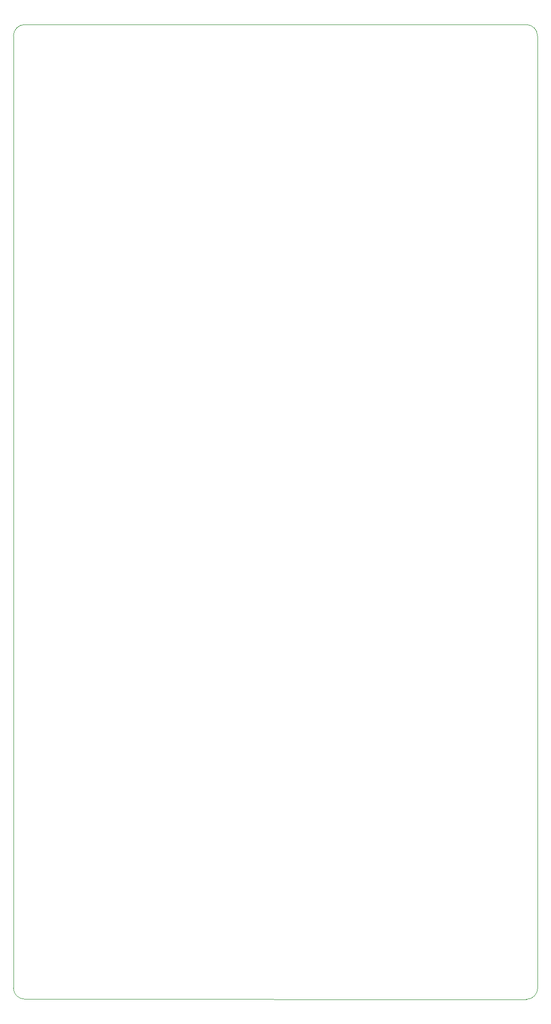
<source format=gbr>
%TF.GenerationSoftware,KiCad,Pcbnew,(6.0.7)*%
%TF.CreationDate,2022-08-27T21:19:23-07:00*%
%TF.ProjectId,EB3,4542332e-6b69-4636-9164-5f7063625858,rev?*%
%TF.SameCoordinates,Original*%
%TF.FileFunction,Profile,NP*%
%FSLAX46Y46*%
G04 Gerber Fmt 4.6, Leading zero omitted, Abs format (unit mm)*
G04 Created by KiCad (PCBNEW (6.0.7)) date 2022-08-27 21:19:23*
%MOMM*%
%LPD*%
G01*
G04 APERTURE LIST*
%TA.AperFunction,Profile*%
%ADD10C,0.100000*%
%TD*%
G04 APERTURE END LIST*
D10*
X165048362Y-188543362D02*
X165022962Y-27382038D01*
X163143362Y-190448362D02*
X78182038Y-190422962D01*
X76277038Y-27382038D02*
X76277038Y-188517962D01*
X163117962Y-25477038D02*
X78182038Y-25477038D01*
X165022962Y-27382038D02*
G75*
G03*
X163117962Y-25477038I-1904962J38D01*
G01*
X76277038Y-188517962D02*
G75*
G03*
X78182038Y-190422962I1904962J-38D01*
G01*
X163143362Y-190448362D02*
G75*
G03*
X165048362Y-188543362I0J1905000D01*
G01*
X78182038Y-25477038D02*
G75*
G03*
X76277038Y-27382038I-38J-1904962D01*
G01*
M02*

</source>
